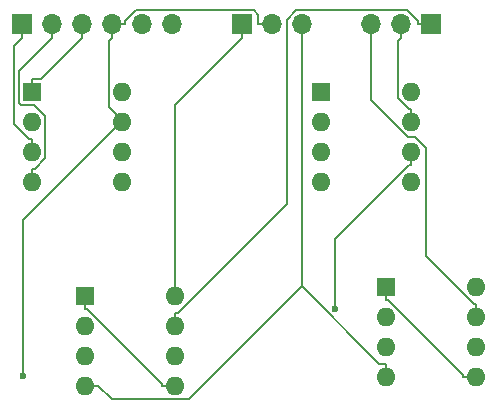
<source format=gbr>
%TF.GenerationSoftware,KiCad,Pcbnew,8.0.6*%
%TF.CreationDate,2024-11-22T18:40:36+01:00*%
%TF.ProjectId,+-10v dac,2b2d3130-7620-4646-9163-2e6b69636164,rev?*%
%TF.SameCoordinates,Original*%
%TF.FileFunction,Copper,L2,Bot*%
%TF.FilePolarity,Positive*%
%FSLAX46Y46*%
G04 Gerber Fmt 4.6, Leading zero omitted, Abs format (unit mm)*
G04 Created by KiCad (PCBNEW 8.0.6) date 2024-11-22 18:40:36*
%MOMM*%
%LPD*%
G01*
G04 APERTURE LIST*
%TA.AperFunction,ComponentPad*%
%ADD10R,1.600000X1.600000*%
%TD*%
%TA.AperFunction,ComponentPad*%
%ADD11O,1.600000X1.600000*%
%TD*%
%TA.AperFunction,ComponentPad*%
%ADD12R,1.700000X1.700000*%
%TD*%
%TA.AperFunction,ComponentPad*%
%ADD13O,1.700000X1.700000*%
%TD*%
%TA.AperFunction,ViaPad*%
%ADD14C,0.600000*%
%TD*%
%TA.AperFunction,Conductor*%
%ADD15C,0.200000*%
%TD*%
G04 APERTURE END LIST*
D10*
%TO.P,U4,1*%
%TO.N,Net-(U4B-+)*%
X136700000Y-94200000D03*
D11*
%TO.P,U4,2,-*%
%TO.N,Net-(U4A--)*%
X136700000Y-96740000D03*
%TO.P,U4,3,+*%
%TO.N,Net-(U4A-+)*%
X136700000Y-99280000D03*
%TO.P,U4,4,V-*%
%TO.N,-15v*%
X136700000Y-101820000D03*
%TO.P,U4,5,+*%
%TO.N,Net-(U4B-+)*%
X144320000Y-101820000D03*
%TO.P,U4,6,-*%
%TO.N,Net-(U4B--)*%
X144320000Y-99280000D03*
%TO.P,U4,7*%
%TO.N,output2*%
X144320000Y-96740000D03*
%TO.P,U4,8,V+*%
%TO.N,+15v*%
X144320000Y-94200000D03*
%TD*%
D10*
%TO.P,U3,1,Vdd*%
%TO.N,5v*%
X131200000Y-77700000D03*
D11*
%TO.P,U3,2,~{CS}*%
%TO.N,CS2*%
X131200000Y-80240000D03*
%TO.P,U3,3,SCK*%
%TO.N,SCK*%
X131200000Y-82780000D03*
%TO.P,U3,4,SDI*%
%TO.N,SDI*%
X131200000Y-85320000D03*
%TO.P,U3,5,~{LDAC}*%
%TO.N,unconnected-(U3-~{LDAC}-Pad5)*%
X138820000Y-85320000D03*
%TO.P,U3,6,VB*%
%TO.N,DACOUT2*%
X138820000Y-82780000D03*
%TO.P,U3,7,Vss*%
%TO.N,GND*%
X138820000Y-80240000D03*
%TO.P,U3,8,VA*%
%TO.N,DACOUT1*%
X138820000Y-77700000D03*
%TD*%
D10*
%TO.P,U2,1*%
%TO.N,Net-(U2B-+)*%
X111200000Y-94960000D03*
D11*
%TO.P,U2,2,-*%
%TO.N,Net-(U2A--)*%
X111200000Y-97500000D03*
%TO.P,U2,3,+*%
%TO.N,Net-(U2A-+)*%
X111200000Y-100040000D03*
%TO.P,U2,4,V-*%
%TO.N,-15v*%
X111200000Y-102580000D03*
%TO.P,U2,5,+*%
%TO.N,Net-(U2B-+)*%
X118820000Y-102580000D03*
%TO.P,U2,6,-*%
%TO.N,Net-(U2B--)*%
X118820000Y-100040000D03*
%TO.P,U2,7*%
%TO.N,output1*%
X118820000Y-97500000D03*
%TO.P,U2,8,V+*%
%TO.N,+15v*%
X118820000Y-94960000D03*
%TD*%
D10*
%TO.P,U1,1,Vdd*%
%TO.N,5v*%
X106700000Y-77700000D03*
D11*
%TO.P,U1,2,~{CS}*%
%TO.N,CS1*%
X106700000Y-80240000D03*
%TO.P,U1,3,SCK*%
%TO.N,SCK*%
X106700000Y-82780000D03*
%TO.P,U1,4,SDI*%
%TO.N,SDI*%
X106700000Y-85320000D03*
%TO.P,U1,5,~{LDAC}*%
%TO.N,unconnected-(U1-~{LDAC}-Pad5)*%
X114320000Y-85320000D03*
%TO.P,U1,6,VB*%
%TO.N,unconnected-(U1-VB-Pad6)*%
X114320000Y-82780000D03*
%TO.P,U1,7,Vss*%
%TO.N,GND*%
X114320000Y-80240000D03*
%TO.P,U1,8,VA*%
%TO.N,Vref1*%
X114320000Y-77700000D03*
%TD*%
D12*
%TO.P,J3,1,Pin_1*%
%TO.N,output1*%
X140500000Y-72000000D03*
D13*
%TO.P,J3,2,Pin_2*%
%TO.N,GND*%
X137960000Y-72000000D03*
%TO.P,J3,3,Pin_3*%
%TO.N,output2*%
X135420000Y-72000000D03*
%TD*%
D12*
%TO.P,J2,1,Pin_1*%
%TO.N,SCK*%
X105840000Y-72000000D03*
D13*
%TO.P,J2,2,Pin_2*%
%TO.N,SDI*%
X108380000Y-72000000D03*
%TO.P,J2,3,Pin_3*%
%TO.N,5v*%
X110920000Y-72000000D03*
%TO.P,J2,4,Pin_4*%
%TO.N,GND*%
X113460000Y-72000000D03*
%TO.P,J2,5,Pin_5*%
%TO.N,CS1*%
X116000000Y-72000000D03*
%TO.P,J2,6,Pin_6*%
%TO.N,CS2*%
X118540000Y-72000000D03*
%TD*%
D12*
%TO.P,J1,1,Pin_1*%
%TO.N,+15v*%
X124460000Y-72000000D03*
D13*
%TO.P,J1,2,Pin_2*%
%TO.N,GND*%
X127000000Y-72000000D03*
%TO.P,J1,3,Pin_3*%
%TO.N,-15v*%
X129540000Y-72000000D03*
%TD*%
D14*
%TO.N,DACOUT2*%
X132329800Y-96090800D03*
%TO.N,GND*%
X105896800Y-101754900D03*
%TD*%
D15*
%TO.N,Net-(U4B-+)*%
X136837700Y-95301700D02*
X136700000Y-95301700D01*
X143218300Y-101682300D02*
X136837700Y-95301700D01*
X143218300Y-101820000D02*
X143218300Y-101682300D01*
X144320000Y-101820000D02*
X143218300Y-101820000D01*
X136700000Y-94200000D02*
X136700000Y-95301700D01*
%TO.N,DACOUT2*%
X138820000Y-82780000D02*
X138820000Y-83881700D01*
X132329800Y-90143600D02*
X132329800Y-96090800D01*
X138591700Y-83881700D02*
X132329800Y-90143600D01*
X138820000Y-83881700D02*
X138591700Y-83881700D01*
%TO.N,output2*%
X144320000Y-96740000D02*
X144320000Y-95638300D01*
X144091700Y-95638300D02*
X144320000Y-95638300D01*
X140070600Y-91617200D02*
X144091700Y-95638300D01*
X140070600Y-82445300D02*
X140070600Y-91617200D01*
X139135300Y-81510000D02*
X140070600Y-82445300D01*
X138524800Y-81510000D02*
X139135300Y-81510000D01*
X135420000Y-78405200D02*
X138524800Y-81510000D01*
X135420000Y-72000000D02*
X135420000Y-78405200D01*
%TO.N,output1*%
X119048300Y-96398300D02*
X118820000Y-96398300D01*
X128270000Y-87176600D02*
X119048300Y-96398300D01*
X128270000Y-71615800D02*
X128270000Y-87176600D01*
X129069300Y-70816500D02*
X128270000Y-71615800D01*
X138452700Y-70816500D02*
X129069300Y-70816500D01*
X139348300Y-71712100D02*
X138452700Y-70816500D01*
X139348300Y-72000000D02*
X139348300Y-71712100D01*
X140500000Y-72000000D02*
X139348300Y-72000000D01*
X118820000Y-97500000D02*
X118820000Y-96398300D01*
%TO.N,SCK*%
X105840000Y-72000000D02*
X105840000Y-73151700D01*
X106700000Y-82780000D02*
X106700000Y-81678300D01*
X106471700Y-81678300D02*
X106700000Y-81678300D01*
X105193500Y-80400100D02*
X106471700Y-81678300D01*
X105193500Y-73798200D02*
X105193500Y-80400100D01*
X105840000Y-73151700D02*
X105193500Y-73798200D01*
%TO.N,5v*%
X107473400Y-76598300D02*
X106700000Y-76598300D01*
X110920000Y-73151700D02*
X107473400Y-76598300D01*
X110920000Y-72000000D02*
X110920000Y-73151700D01*
X106700000Y-77700000D02*
X106700000Y-76598300D01*
%TO.N,SDI*%
X106928300Y-84218300D02*
X106700000Y-84218300D01*
X107821500Y-83325100D02*
X106928300Y-84218300D01*
X107821500Y-79756400D02*
X107821500Y-83325100D01*
X106866800Y-78801700D02*
X107821500Y-79756400D01*
X105775000Y-78801700D02*
X106866800Y-78801700D01*
X105598300Y-78625000D02*
X105775000Y-78801700D01*
X105598300Y-75933400D02*
X105598300Y-78625000D01*
X108380000Y-73151700D02*
X105598300Y-75933400D01*
X108380000Y-72000000D02*
X108380000Y-73151700D01*
X106700000Y-85320000D02*
X106700000Y-84218300D01*
%TO.N,+15v*%
X118820000Y-78791700D02*
X118820000Y-94960000D01*
X124460000Y-73151700D02*
X118820000Y-78791700D01*
X124460000Y-72000000D02*
X124460000Y-73151700D01*
%TO.N,-15v*%
X136700000Y-101820000D02*
X136700000Y-100718300D01*
X111200000Y-102580000D02*
X112301700Y-102580000D01*
X119991500Y-103724700D02*
X129540000Y-94176200D01*
X113446400Y-103724700D02*
X119991500Y-103724700D01*
X112301700Y-102580000D02*
X113446400Y-103724700D01*
X129540000Y-72000000D02*
X129540000Y-94176200D01*
X136082100Y-100718300D02*
X136700000Y-100718300D01*
X129540000Y-94176200D02*
X136082100Y-100718300D01*
%TO.N,Net-(U2B-+)*%
X111337700Y-96061700D02*
X111200000Y-96061700D01*
X117718300Y-102442300D02*
X111337700Y-96061700D01*
X117718300Y-102580000D02*
X117718300Y-102442300D01*
X118820000Y-102580000D02*
X117718300Y-102580000D01*
X111200000Y-94960000D02*
X111200000Y-96061700D01*
%TO.N,GND*%
X138591700Y-79138300D02*
X138820000Y-79138300D01*
X137690600Y-78237200D02*
X138591700Y-79138300D01*
X137690600Y-73421100D02*
X137690600Y-78237200D01*
X137960000Y-73151700D02*
X137690600Y-73421100D01*
X137960000Y-72000000D02*
X137960000Y-73151700D01*
X138820000Y-80240000D02*
X138820000Y-79138300D01*
X113186100Y-78983900D02*
X114320000Y-80117800D01*
X113186100Y-73425600D02*
X113186100Y-78983900D01*
X113460000Y-73151700D02*
X113186100Y-73425600D01*
X113460000Y-72000000D02*
X113460000Y-73151700D01*
X114611700Y-71731500D02*
X114611700Y-72000000D01*
X115515800Y-70827400D02*
X114611700Y-71731500D01*
X125467500Y-70827400D02*
X115515800Y-70827400D01*
X125848300Y-71208200D02*
X125467500Y-70827400D01*
X125848300Y-72000000D02*
X125848300Y-71208200D01*
X127000000Y-72000000D02*
X125848300Y-72000000D01*
X113460000Y-72000000D02*
X114611700Y-72000000D01*
X114320000Y-80240000D02*
X114320000Y-80178900D01*
X114320000Y-80178900D02*
X114320000Y-80117800D01*
X105896800Y-88602100D02*
X105896800Y-101754900D01*
X114320000Y-80178900D02*
X105896800Y-88602100D01*
%TD*%
M02*

</source>
